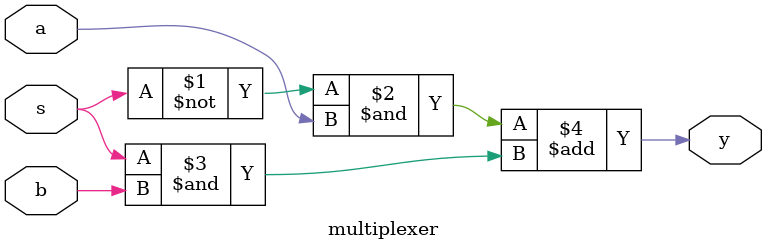
<source format=sv>
module multiplexer (a, b, s, y); // a is q, b is d for dff
	input logic a, b, s;
	output logic y;
	
	assign y = (~s & a) + (s & b);
endmodule 

</source>
